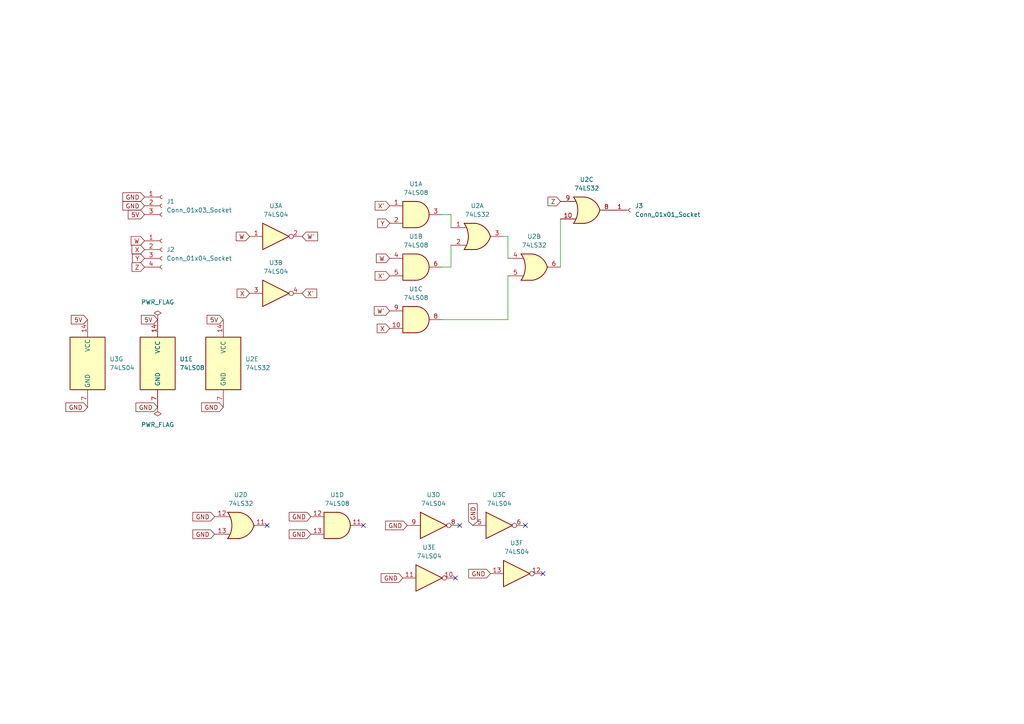
<source format=kicad_sch>
(kicad_sch (version 20230121) (generator eeschema)
  (paper "A4")
  (lib_symbols
    (symbol "74xx:74LS04"
      (property "Reference" "U" (at 0 1.27 0))
      (property "Value" "74LS04" (at 0 -1.27 0))
      (symbol "74LS04_1_0"
        (polyline (pts (xy -3.81 3.81) (xy -3.81 -3.81) (xy 3.81 0) (xy -3.81 3.81)) (stroke (width 0.254)) (fill (type background)))
        (pin input line (at -7.62 0 0) (length 3.81) (name "~") (number "1"))
        (pin output inverted (at 7.62 0 180) (length 3.81) (name "~") (number "2"))
      )
      (symbol "74LS04_2_0"
        (polyline (pts (xy -3.81 3.81) (xy -3.81 -3.81) (xy 3.81 0) (xy -3.81 3.81)) (stroke (width 0.254)) (fill (type background)))
        (pin input line (at -7.62 0 0) (length 3.81) (name "~") (number "3"))
        (pin output inverted (at 7.62 0 180) (length 3.81) (name "~") (number "4"))
      )
      (symbol "74LS04_3_0"
        (polyline (pts (xy -3.81 3.81) (xy -3.81 -3.81) (xy 3.81 0) (xy -3.81 3.81)) (stroke (width 0.254)) (fill (type background)))
        (pin input line (at -7.62 0 0) (length 3.81) (name "~") (number "5"))
        (pin output inverted (at 7.62 0 180) (length 3.81) (name "~") (number "6"))
      )
      (symbol "74LS04_4_0"
        (polyline (pts (xy -3.81 3.81) (xy -3.81 -3.81) (xy 3.81 0) (xy -3.81 3.81)) (stroke (width 0.254)) (fill (type background)))
        (pin output inverted (at 7.62 0 180) (length 3.81) (name "~") (number "8"))
        (pin input line (at -7.62 0 0) (length 3.81) (name "~") (number "9"))
      )
      (symbol "74LS04_5_0"
        (polyline (pts (xy -3.81 3.81) (xy -3.81 -3.81) (xy 3.81 0) (xy -3.81 3.81)) (stroke (width 0.254)) (fill (type background)))
        (pin output inverted (at 7.62 0 180) (length 3.81) (name "~") (number "10"))
        (pin input line (at -7.62 0 0) (length 3.81) (name "~") (number "11"))
      )
      (symbol "74LS04_6_0"
        (polyline (pts (xy -3.81 3.81) (xy -3.81 -3.81) (xy 3.81 0) (xy -3.81 3.81)) (stroke (width 0.254)) (fill (type background)))
        (pin output inverted (at 7.62 0 180) (length 3.81) (name "~") (number "12"))
        (pin input line (at -7.62 0 0) (length 3.81) (name "~") (number "13"))
      )
      (symbol "74LS04_7_0"
        (pin power_in line (at 0 12.7 270) (length 5.08) (name "VCC") (number "14"))
        (pin power_in line (at 0 -12.7 90) (length 5.08) (name "GND") (number "7"))
      )
      (symbol "74LS04_7_1"
        (rectangle (start -5.08 7.62) (end 5.08 -7.62) (stroke (width 0.254)) (fill (type background)))
      )
    )
    (symbol "74xx:74LS08" (pin_names (offset 1.016))
      (property "Reference" "U" (at 0 1.27 0))
      (property "Value" "74LS08" (at 0 -1.27 0))
      (symbol "74LS08_1_1"
        (arc (start 0 -3.81) (mid 3.7934 0) (end 0 3.81) (stroke (width 0.254)) (fill (type background)))
        (polyline (pts (xy 0 3.81) (xy -3.81 3.81) (xy -3.81 -3.81) (xy 0 -3.81)) (stroke (width 0.254)) (fill (type background)))
        (pin input line (at -7.62 2.54 0) (length 3.81) (name "~") (number "1"))
        (pin input line (at -7.62 -2.54 0) (length 3.81) (name "~") (number "2"))
        (pin output line (at 7.62 0 180) (length 3.81) (name "~") (number "3"))
      )
      (symbol "74LS08_1_2"
        (arc (start -3.81 -3.81) (mid -2.589 0) (end -3.81 3.81) (stroke (width 0.254)))
        (arc (start -0.6096 -3.81) (mid 2.1842 -2.5851) (end 3.81 0) (stroke (width 0.254)) (fill (type background)))
        (polyline (pts (xy -3.81 -3.81) (xy -0.635 -3.81)) (stroke (width 0.254)) (fill (type background)))
        (polyline (pts (xy -3.81 3.81) (xy -0.635 3.81)) (stroke (width 0.254)) (fill (type background)))
        (polyline (pts (xy -0.635 3.81) (xy -3.81 3.81) (xy -3.81 3.81) (xy -3.556 3.4036) (xy -3.0226 2.2606) (xy -2.6924 1.0414) (xy -2.6162 -0.254) (xy -2.7686 -1.4986) (xy -3.175 -2.7178) (xy -3.81 -3.81) (xy -3.81 -3.81) (xy -0.635 -3.81)) (stroke (width -25.4)) (fill (type background)))
        (arc (start 3.81 0) (mid 2.1915 2.5936) (end -0.6096 3.81) (stroke (width 0.254)) (fill (type background)))
        (pin input inverted (at -7.62 2.54 0) (length 4.318) (name "~") (number "1"))
        (pin input inverted (at -7.62 -2.54 0) (length 4.318) (name "~") (number "2"))
        (pin output inverted (at 7.62 0 180) (length 3.81) (name "~") (number "3"))
      )
      (symbol "74LS08_2_1"
        (arc (start 0 -3.81) (mid 3.7934 0) (end 0 3.81) (stroke (width 0.254)) (fill (type background)))
        (polyline (pts (xy 0 3.81) (xy -3.81 3.81) (xy -3.81 -3.81) (xy 0 -3.81)) (stroke (width 0.254)) (fill (type background)))
        (pin input line (at -7.62 2.54 0) (length 3.81) (name "~") (number "4"))
        (pin input line (at -7.62 -2.54 0) (length 3.81) (name "~") (number "5"))
        (pin output line (at 7.62 0 180) (length 3.81) (name "~") (number "6"))
      )
      (symbol "74LS08_2_2"
        (arc (start -3.81 -3.81) (mid -2.589 0) (end -3.81 3.81) (stroke (width 0.254)))
        (arc (start -0.6096 -3.81) (mid 2.1842 -2.5851) (end 3.81 0) (stroke (width 0.254)) (fill (type background)))
        (polyline (pts (xy -3.81 -3.81) (xy -0.635 -3.81)) (stroke (width 0.254)) (fill (type background)))
        (polyline (pts (xy -3.81 3.81) (xy -0.635 3.81)) (stroke (width 0.254)) (fill (type background)))
        (polyline (pts (xy -0.635 3.81) (xy -3.81 3.81) (xy -3.81 3.81) (xy -3.556 3.4036) (xy -3.0226 2.2606) (xy -2.6924 1.0414) (xy -2.6162 -0.254) (xy -2.7686 -1.4986) (xy -3.175 -2.7178) (xy -3.81 -3.81) (xy -3.81 -3.81) (xy -0.635 -3.81)) (stroke (width -25.4)) (fill (type background)))
        (arc (start 3.81 0) (mid 2.1915 2.5936) (end -0.6096 3.81) (stroke (width 0.254)) (fill (type background)))
        (pin input inverted (at -7.62 2.54 0) (length 4.318) (name "~") (number "4"))
        (pin input inverted (at -7.62 -2.54 0) (length 4.318) (name "~") (number "5"))
        (pin output inverted (at 7.62 0 180) (length 3.81) (name "~") (number "6"))
      )
      (symbol "74LS08_3_1"
        (arc (start 0 -3.81) (mid 3.7934 0) (end 0 3.81) (stroke (width 0.254)) (fill (type background)))
        (polyline (pts (xy 0 3.81) (xy -3.81 3.81) (xy -3.81 -3.81) (xy 0 -3.81)) (stroke (width 0.254)) (fill (type background)))
        (pin input line (at -7.62 -2.54 0) (length 3.81) (name "~") (number "10"))
        (pin output line (at 7.62 0 180) (length 3.81) (name "~") (number "8"))
        (pin input line (at -7.62 2.54 0) (length 3.81) (name "~") (number "9"))
      )
      (symbol "74LS08_3_2"
        (arc (start -3.81 -3.81) (mid -2.589 0) (end -3.81 3.81) (stroke (width 0.254)))
        (arc (start -0.6096 -3.81) (mid 2.1842 -2.5851) (end 3.81 0) (stroke (width 0.254)) (fill (type background)))
        (polyline (pts (xy -3.81 -3.81) (xy -0.635 -3.81)) (stroke (width 0.254)) (fill (type background)))
        (polyline (pts (xy -3.81 3.81) (xy -0.635 3.81)) (stroke (width 0.254)) (fill (type background)))
        (polyline (pts (xy -0.635 3.81) (xy -3.81 3.81) (xy -3.81 3.81) (xy -3.556 3.4036) (xy -3.0226 2.2606) (xy -2.6924 1.0414) (xy -2.6162 -0.254) (xy -2.7686 -1.4986) (xy -3.175 -2.7178) (xy -3.81 -3.81) (xy -3.81 -3.81) (xy -0.635 -3.81)) (stroke (width -25.4)) (fill (type background)))
        (arc (start 3.81 0) (mid 2.1915 2.5936) (end -0.6096 3.81) (stroke (width 0.254)) (fill (type background)))
        (pin input inverted (at -7.62 -2.54 0) (length 4.318) (name "~") (number "10"))
        (pin output inverted (at 7.62 0 180) (length 3.81) (name "~") (number "8"))
        (pin input inverted (at -7.62 2.54 0) (length 4.318) (name "~") (number "9"))
      )
      (symbol "74LS08_4_1"
        (arc (start 0 -3.81) (mid 3.7934 0) (end 0 3.81) (stroke (width 0.254)) (fill (type background)))
        (polyline (pts (xy 0 3.81) (xy -3.81 3.81) (xy -3.81 -3.81) (xy 0 -3.81)) (stroke (width 0.254)) (fill (type background)))
        (pin output line (at 7.62 0 180) (length 3.81) (name "~") (number "11"))
        (pin input line (at -7.62 2.54 0) (length 3.81) (name "~") (number "12"))
        (pin input line (at -7.62 -2.54 0) (length 3.81) (name "~") (number "13"))
      )
      (symbol "74LS08_4_2"
        (arc (start -3.81 -3.81) (mid -2.589 0) (end -3.81 3.81) (stroke (width 0.254)))
        (arc (start -0.6096 -3.81) (mid 2.1842 -2.5851) (end 3.81 0) (stroke (width 0.254)) (fill (type background)))
        (polyline (pts (xy -3.81 -3.81) (xy -0.635 -3.81)) (stroke (width 0.254)) (fill (type background)))
        (polyline (pts (xy -3.81 3.81) (xy -0.635 3.81)) (stroke (width 0.254)) (fill (type background)))
        (polyline (pts (xy -0.635 3.81) (xy -3.81 3.81) (xy -3.81 3.81) (xy -3.556 3.4036) (xy -3.0226 2.2606) (xy -2.6924 1.0414) (xy -2.6162 -0.254) (xy -2.7686 -1.4986) (xy -3.175 -2.7178) (xy -3.81 -3.81) (xy -3.81 -3.81) (xy -0.635 -3.81)) (stroke (width -25.4)) (fill (type background)))
        (arc (start 3.81 0) (mid 2.1915 2.5936) (end -0.6096 3.81) (stroke (width 0.254)) (fill (type background)))
        (pin output inverted (at 7.62 0 180) (length 3.81) (name "~") (number "11"))
        (pin input inverted (at -7.62 2.54 0) (length 4.318) (name "~") (number "12"))
        (pin input inverted (at -7.62 -2.54 0) (length 4.318) (name "~") (number "13"))
      )
      (symbol "74LS08_5_0"
        (pin power_in line (at 0 12.7 270) (length 5.08) (name "VCC") (number "14"))
        (pin power_in line (at 0 -12.7 90) (length 5.08) (name "GND") (number "7"))
      )
      (symbol "74LS08_5_1"
        (rectangle (start -5.08 7.62) (end 5.08 -7.62) (stroke (width 0.254)) (fill (type background)))
      )
    )
    (symbol "74xx:74LS32" (pin_names (offset 1.016))
      (property "Reference" "U" (at 0 1.27 0))
      (property "Value" "74LS32" (at 0 -1.27 0))
      (symbol "74LS32_1_1"
        (arc (start -3.81 -3.81) (mid -2.589 0) (end -3.81 3.81) (stroke (width 0.254)))
        (arc (start -0.6096 -3.81) (mid 2.1842 -2.5851) (end 3.81 0) (stroke (width 0.254)) (fill (type background)))
        (polyline (pts (xy -3.81 -3.81) (xy -0.635 -3.81)) (stroke (width 0.254)) (fill (type background)))
        (polyline (pts (xy -3.81 3.81) (xy -0.635 3.81)) (stroke (width 0.254)) (fill (type background)))
        (polyline (pts (xy -0.635 3.81) (xy -3.81 3.81) (xy -3.81 3.81) (xy -3.556 3.4036) (xy -3.0226 2.2606) (xy -2.6924 1.0414) (xy -2.6162 -0.254) (xy -2.7686 -1.4986) (xy -3.175 -2.7178) (xy -3.81 -3.81) (xy -3.81 -3.81) (xy -0.635 -3.81)) (stroke (width -25.4)) (fill (type background)))
        (arc (start 3.81 0) (mid 2.1915 2.5936) (end -0.6096 3.81) (stroke (width 0.254)) (fill (type background)))
        (pin input line (at -7.62 2.54 0) (length 4.318) (name "~") (number "1"))
        (pin input line (at -7.62 -2.54 0) (length 4.318) (name "~") (number "2"))
        (pin output line (at 7.62 0 180) (length 3.81) (name "~") (number "3"))
      )
      (symbol "74LS32_1_2"
        (arc (start 0 -3.81) (mid 3.7934 0) (end 0 3.81) (stroke (width 0.254)) (fill (type background)))
        (polyline (pts (xy 0 3.81) (xy -3.81 3.81) (xy -3.81 -3.81) (xy 0 -3.81)) (stroke (width 0.254)) (fill (type background)))
        (pin input inverted (at -7.62 2.54 0) (length 3.81) (name "~") (number "1"))
        (pin input inverted (at -7.62 -2.54 0) (length 3.81) (name "~") (number "2"))
        (pin output inverted (at 7.62 0 180) (length 3.81) (name "~") (number "3"))
      )
      (symbol "74LS32_2_1"
        (arc (start -3.81 -3.81) (mid -2.589 0) (end -3.81 3.81) (stroke (width 0.254)))
        (arc (start -0.6096 -3.81) (mid 2.1842 -2.5851) (end 3.81 0) (stroke (width 0.254)) (fill (type background)))
        (polyline (pts (xy -3.81 -3.81) (xy -0.635 -3.81)) (stroke (width 0.254)) (fill (type background)))
        (polyline (pts (xy -3.81 3.81) (xy -0.635 3.81)) (stroke (width 0.254)) (fill (type background)))
        (polyline (pts (xy -0.635 3.81) (xy -3.81 3.81) (xy -3.81 3.81) (xy -3.556 3.4036) (xy -3.0226 2.2606) (xy -2.6924 1.0414) (xy -2.6162 -0.254) (xy -2.7686 -1.4986) (xy -3.175 -2.7178) (xy -3.81 -3.81) (xy -3.81 -3.81) (xy -0.635 -3.81)) (stroke (width -25.4)) (fill (type background)))
        (arc (start 3.81 0) (mid 2.1915 2.5936) (end -0.6096 3.81) (stroke (width 0.254)) (fill (type background)))
        (pin input line (at -7.62 2.54 0) (length 4.318) (name "~") (number "4"))
        (pin input line (at -7.62 -2.54 0) (length 4.318) (name "~") (number "5"))
        (pin output line (at 7.62 0 180) (length 3.81) (name "~") (number "6"))
      )
      (symbol "74LS32_2_2"
        (arc (start 0 -3.81) (mid 3.7934 0) (end 0 3.81) (stroke (width 0.254)) (fill (type background)))
        (polyline (pts (xy 0 3.81) (xy -3.81 3.81) (xy -3.81 -3.81) (xy 0 -3.81)) (stroke (width 0.254)) (fill (type background)))
        (pin input inverted (at -7.62 2.54 0) (length 3.81) (name "~") (number "4"))
        (pin input inverted (at -7.62 -2.54 0) (length 3.81) (name "~") (number "5"))
        (pin output inverted (at 7.62 0 180) (length 3.81) (name "~") (number "6"))
      )
      (symbol "74LS32_3_1"
        (arc (start -3.81 -3.81) (mid -2.589 0) (end -3.81 3.81) (stroke (width 0.254)))
        (arc (start -0.6096 -3.81) (mid 2.1842 -2.5851) (end 3.81 0) (stroke (width 0.254)) (fill (type background)))
        (polyline (pts (xy -3.81 -3.81) (xy -0.635 -3.81)) (stroke (width 0.254)) (fill (type background)))
        (polyline (pts (xy -3.81 3.81) (xy -0.635 3.81)) (stroke (width 0.254)) (fill (type background)))
        (polyline (pts (xy -0.635 3.81) (xy -3.81 3.81) (xy -3.81 3.81) (xy -3.556 3.4036) (xy -3.0226 2.2606) (xy -2.6924 1.0414) (xy -2.6162 -0.254) (xy -2.7686 -1.4986) (xy -3.175 -2.7178) (xy -3.81 -3.81) (xy -3.81 -3.81) (xy -0.635 -3.81)) (stroke (width -25.4)) (fill (type background)))
        (arc (start 3.81 0) (mid 2.1915 2.5936) (end -0.6096 3.81) (stroke (width 0.254)) (fill (type background)))
        (pin input line (at -7.62 -2.54 0) (length 4.318) (name "~") (number "10"))
        (pin output line (at 7.62 0 180) (length 3.81) (name "~") (number "8"))
        (pin input line (at -7.62 2.54 0) (length 4.318) (name "~") (number "9"))
      )
      (symbol "74LS32_3_2"
        (arc (start 0 -3.81) (mid 3.7934 0) (end 0 3.81) (stroke (width 0.254)) (fill (type background)))
        (polyline (pts (xy 0 3.81) (xy -3.81 3.81) (xy -3.81 -3.81) (xy 0 -3.81)) (stroke (width 0.254)) (fill (type background)))
        (pin input inverted (at -7.62 -2.54 0) (length 3.81) (name "~") (number "10"))
        (pin output inverted (at 7.62 0 180) (length 3.81) (name "~") (number "8"))
        (pin input inverted (at -7.62 2.54 0) (length 3.81) (name "~") (number "9"))
      )
      (symbol "74LS32_4_1"
        (arc (start -3.81 -3.81) (mid -2.589 0) (end -3.81 3.81) (stroke (width 0.254)))
        (arc (start -0.6096 -3.81) (mid 2.1842 -2.5851) (end 3.81 0) (stroke (width 0.254)) (fill (type background)))
        (polyline (pts (xy -3.81 -3.81) (xy -0.635 -3.81)) (stroke (width 0.254)) (fill (type background)))
        (polyline (pts (xy -3.81 3.81) (xy -0.635 3.81)) (stroke (width 0.254)) (fill (type background)))
        (polyline (pts (xy -0.635 3.81) (xy -3.81 3.81) (xy -3.81 3.81) (xy -3.556 3.4036) (xy -3.0226 2.2606) (xy -2.6924 1.0414) (xy -2.6162 -0.254) (xy -2.7686 -1.4986) (xy -3.175 -2.7178) (xy -3.81 -3.81) (xy -3.81 -3.81) (xy -0.635 -3.81)) (stroke (width -25.4)) (fill (type background)))
        (arc (start 3.81 0) (mid 2.1915 2.5936) (end -0.6096 3.81) (stroke (width 0.254)) (fill (type background)))
        (pin output line (at 7.62 0 180) (length 3.81) (name "~") (number "11"))
        (pin input line (at -7.62 2.54 0) (length 4.318) (name "~") (number "12"))
        (pin input line (at -7.62 -2.54 0) (length 4.318) (name "~") (number "13"))
      )
      (symbol "74LS32_4_2"
        (arc (start 0 -3.81) (mid 3.7934 0) (end 0 3.81) (stroke (width 0.254)) (fill (type background)))
        (polyline (pts (xy 0 3.81) (xy -3.81 3.81) (xy -3.81 -3.81) (xy 0 -3.81)) (stroke (width 0.254)) (fill (type background)))
        (pin output inverted (at 7.62 0 180) (length 3.81) (name "~") (number "11"))
        (pin input inverted (at -7.62 2.54 0) (length 3.81) (name "~") (number "12"))
        (pin input inverted (at -7.62 -2.54 0) (length 3.81) (name "~") (number "13"))
      )
      (symbol "74LS32_5_0"
        (pin power_in line (at 0 12.7 270) (length 5.08) (name "VCC") (number "14"))
        (pin power_in line (at 0 -12.7 90) (length 5.08) (name "GND") (number "7"))
      )
      (symbol "74LS32_5_1"
        (rectangle (start -5.08 7.62) (end 5.08 -7.62) (stroke (width 0.254)) (fill (type background)))
      )
    )
    (symbol "Connector:Conn_01x01_Socket" (pin_names (offset 1.016) hide)
      (property "Reference" "J" (at 0 2.54 0))
      (property "Value" "Conn_01x01_Socket" (at 0 -2.54 0))
      (symbol "Conn_01x01_Socket_1_1"
        (polyline (pts (xy -1.27 0) (xy -0.508 0)) (stroke (width 0.1524)))
        (arc (start 0 0.508) (mid -0.5058 0) (end 0 -0.508) (stroke (width 0.1524)))
        (pin passive line (at -5.08 0 0) (length 3.81) (name "Pin_1") (number "1"))
      )
    )
    (symbol "Connector:Conn_01x03_Socket" (pin_names (offset 1.016) hide)
      (property "Reference" "J" (at 0 5.08 0))
      (property "Value" "Conn_01x03_Socket" (at 0 -5.08 0))
      (symbol "Conn_01x03_Socket_1_1"
        (arc (start 0 -2.032) (mid -0.5058 -2.54) (end 0 -3.048) (stroke (width 0.1524)))
        (polyline (pts (xy -1.27 -2.54) (xy -0.508 -2.54)) (stroke (width 0.1524)))
        (polyline (pts (xy -1.27 0) (xy -0.508 0)) (stroke (width 0.1524)))
        (polyline (pts (xy -1.27 2.54) (xy -0.508 2.54)) (stroke (width 0.1524)))
        (arc (start 0 0.508) (mid -0.5058 0) (end 0 -0.508) (stroke (width 0.1524)))
        (arc (start 0 3.048) (mid -0.5058 2.54) (end 0 2.032) (stroke (width 0.1524)))
        (pin passive line (at -5.08 2.54 0) (length 3.81) (name "Pin_1") (number "1"))
        (pin passive line (at -5.08 0 0) (length 3.81) (name "Pin_2") (number "2"))
        (pin passive line (at -5.08 -2.54 0) (length 3.81) (name "Pin_3") (number "3"))
      )
    )
    (symbol "Connector:Conn_01x04_Socket" (pin_names (offset 1.016) hide)
      (property "Reference" "J" (at 0 5.08 0))
      (property "Value" "Conn_01x04_Socket" (at 0 -7.62 0))
      (symbol "Conn_01x04_Socket_1_1"
        (arc (start 0 -4.572) (mid -0.5058 -5.08) (end 0 -5.588) (stroke (width 0.1524)))
        (arc (start 0 -2.032) (mid -0.5058 -2.54) (end 0 -3.048) (stroke (width 0.1524)))
        (polyline (pts (xy -1.27 -5.08) (xy -0.508 -5.08)) (stroke (width 0.1524)))
        (polyline (pts (xy -1.27 -2.54) (xy -0.508 -2.54)) (stroke (width 0.1524)))
        (polyline (pts (xy -1.27 0) (xy -0.508 0)) (stroke (width 0.1524)))
        (polyline (pts (xy -1.27 2.54) (xy -0.508 2.54)) (stroke (width 0.1524)))
        (arc (start 0 0.508) (mid -0.5058 0) (end 0 -0.508) (stroke (width 0.1524)))
        (arc (start 0 3.048) (mid -0.5058 2.54) (end 0 2.032) (stroke (width 0.1524)))
        (pin passive line (at -5.08 2.54 0) (length 3.81) (name "Pin_1") (number "1"))
        (pin passive line (at -5.08 0 0) (length 3.81) (name "Pin_2") (number "2"))
        (pin passive line (at -5.08 -2.54 0) (length 3.81) (name "Pin_3") (number "3"))
        (pin passive line (at -5.08 -5.08 0) (length 3.81) (name "Pin_4") (number "4"))
      )
    )
    (symbol "power:PWR_FLAG" (power) (pin_numbers hide) (pin_names (offset 0) hide)
      (property "Value" "PWR_FLAG" (at 0 3.81 0))
      (symbol "PWR_FLAG_0_0"
        (pin power_out line (at 0 0 90) (length 0) (name "pwr") (number "1"))
      )
      (symbol "PWR_FLAG_0_1"
        (polyline (pts (xy 0 0) (xy 0 1.27) (xy -1.016 1.905) (xy 0 2.54) (xy 1.016 1.905) (xy 0 1.27)))
      )
    )
  )
  (no_connect (at 105.41 152.4))
  (no_connect (at 157.48 166.37))
  (no_connect (at 133.35 152.4))
  (no_connect (at 152.4 152.4))
  (no_connect (at 132.08 167.64))
  (no_connect (at 77.47 152.4))
  (wire (pts (xy 146.05 68.58) (xy 147.32 68.58)))
  (wire (pts (xy 130.81 77.47) (xy 130.81 71.12)))
  (wire (pts (xy 128.27 92.71) (xy 147.32 92.71)))
  (wire (pts (xy 128.27 62.23) (xy 130.81 62.23)))
  (wire (pts (xy 147.32 68.58) (xy 147.32 74.93)))
  (wire (pts (xy 128.27 77.47) (xy 130.81 77.47)))
  (wire (pts (xy 130.81 62.23) (xy 130.81 66.04)))
  (wire (pts (xy 147.32 92.71) (xy 147.32 80.01)))
  (wire (pts (xy 162.56 63.5) (xy 162.56 77.47)))
  (global_label "GND" (shape input) (at 62.23 149.86 180) (property "Intersheetrefs" "${INTERSHEET_REFS}" (effects hide)))
  (global_label "W" (shape input) (at 72.39 68.58 180) (property "Intersheetrefs" "${INTERSHEET_REFS}" (effects hide)))
  (global_label "GND" (shape input) (at 62.23 154.94 180) (property "Intersheetrefs" "${INTERSHEET_REFS}" (effects hide)))
  (global_label "GND" (shape input) (at 41.91 59.69 180) (property "Intersheetrefs" "${INTERSHEET_REFS}" (effects hide)))
  (global_label "X'" (shape input) (at 113.03 80.01 180) (property "Intersheetrefs" "${INTERSHEET_REFS}" (effects hide)))
  (global_label "5V" (shape input) (at 41.91 62.23 180) (property "Intersheetrefs" "${INTERSHEET_REFS}" (effects hide)))
  (global_label "GND" (shape input) (at 90.17 149.86 180) (property "Intersheetrefs" "${INTERSHEET_REFS}" (effects hide)))
  (global_label "X" (shape input) (at 113.03 95.25 180) (property "Intersheetrefs" "${INTERSHEET_REFS}" (effects hide)))
  (global_label "X" (shape input) (at 41.91 72.39 180) (property "Intersheetrefs" "${INTERSHEET_REFS}" (effects hide)))
  (global_label "GND" (shape input) (at 25.4 118.11 180) (property "Intersheetrefs" "${INTERSHEET_REFS}" (effects hide)))
  (global_label "W" (shape input) (at 41.91 69.85 180) (property "Intersheetrefs" "${INTERSHEET_REFS}" (effects hide)))
  (global_label "5V" (shape input) (at 45.72 92.71 180) (property "Intersheetrefs" "${INTERSHEET_REFS}" (effects hide)))
  (global_label "X'" (shape input) (at 87.63 85.09 0) (property "Intersheetrefs" "${INTERSHEET_REFS}" (effects hide)))
  (global_label "X" (shape input) (at 72.39 85.09 180) (property "Intersheetrefs" "${INTERSHEET_REFS}" (effects hide)))
  (global_label "GND" (shape input) (at 90.17 154.94 180) (property "Intersheetrefs" "${INTERSHEET_REFS}" (effects hide)))
  (global_label "Z" (shape input) (at 162.56 58.42 180) (property "Intersheetrefs" "${INTERSHEET_REFS}" (effects hide)))
  (global_label "GND" (shape input) (at 45.72 118.11 180) (property "Intersheetrefs" "${INTERSHEET_REFS}" (effects hide)))
  (global_label "Z" (shape input) (at 41.91 77.47 180) (property "Intersheetrefs" "${INTERSHEET_REFS}" (effects hide)))
  (global_label "GND" (shape input) (at 142.24 166.37 180) (property "Intersheetrefs" "${INTERSHEET_REFS}" (effects hide)))
  (global_label "5V" (shape input) (at 25.4 92.71 180) (property "Intersheetrefs" "${INTERSHEET_REFS}" (effects hide)))
  (global_label "W" (shape input) (at 113.03 74.93 180) (property "Intersheetrefs" "${INTERSHEET_REFS}" (effects hide)))
  (global_label "W'" (shape input) (at 113.03 90.17 180) (property "Intersheetrefs" "${INTERSHEET_REFS}" (effects hide)))
  (global_label "GND" (shape input) (at 118.11 152.4 180) (property "Intersheetrefs" "${INTERSHEET_REFS}" (effects hide)))
  (global_label "GND" (shape input) (at 137.16 152.4 90) (property "Intersheetrefs" "${INTERSHEET_REFS}" (effects hide)))
  (global_label "GND" (shape input) (at 116.84 167.64 180) (property "Intersheetrefs" "${INTERSHEET_REFS}" (effects hide)))
  (global_label "Y" (shape input) (at 41.91 74.93 180) (property "Intersheetrefs" "${INTERSHEET_REFS}" (effects hide)))
  (global_label "X'" (shape input) (at 113.03 59.69 180) (property "Intersheetrefs" "${INTERSHEET_REFS}" (effects hide)))
  (global_label "Y" (shape input) (at 113.03 64.77 180) (property "Intersheetrefs" "${INTERSHEET_REFS}" (effects hide)))
  (global_label "GND" (shape input) (at 64.77 118.11 180) (property "Intersheetrefs" "${INTERSHEET_REFS}" (effects hide)))
  (global_label "GND" (shape input) (at 41.91 57.15 180) (property "Intersheetrefs" "${INTERSHEET_REFS}" (effects hide)))
  (global_label "5V" (shape input) (at 64.77 92.71 180) (property "Intersheetrefs" "${INTERSHEET_REFS}" (effects hide)))
  (global_label "W'" (shape input) (at 87.63 68.58 0) (property "Intersheetrefs" "${INTERSHEET_REFS}" (effects hide)))
  (symbol (lib_id "Connector:Conn_01x03_Socket") (at 46.99 59.69 0) (unit 1)
    (property "Reference" "J1" (at 48.26 58.42 0) (effects (justify left)))
    (property "Value" "Conn_01x03_Socket" (at 48.26 60.96 0) (effects (justify left)))
    (property "Footprint" "Connector_PinSocket_2.54mm:PinSocket_1x03_P2.54mm_Vertical" (effects hide))
  )
  (symbol (lib_id "74xx:74LS32") (at 154.94 77.47 0) (unit 2)
    (property "Reference" "U2" (at 154.94 68.58 0))
    (property "Value" "74LS32" (at 154.94 71.12 0))
    (property "Footprint" "Package_DIP:DIP-14_W7.62mm_Socket_LongPads" (effects hide))
    (property "Datasheet" "http://www.ti.com/lit/gpn/sn74LS32" (effects hide))
  )
  (symbol (lib_id "74xx:74LS08") (at 120.65 77.47 0) (unit 2)
    (property "Reference" "U1" (at 120.6417 68.58 0))
    (property "Value" "74LS08" (at 120.6417 71.12 0))
    (property "Footprint" "Package_DIP:DIP-14_W7.62mm_Socket_LongPads" (effects hide))
    (property "Datasheet" "http://www.ti.com/lit/gpn/sn74LS08" (effects hide))
  )
  (symbol (lib_id "74xx:74LS32") (at 69.85 152.4 0) (unit 4)
    (property "Reference" "U2" (at 69.85 143.51 0))
    (property "Value" "74LS32" (at 69.85 146.05 0))
    (property "Footprint" "Package_DIP:DIP-14_W7.62mm_Socket_LongPads" (effects hide))
    (property "Datasheet" "http://www.ti.com/lit/gpn/sn74LS32" (effects hide))
  )
  (symbol (lib_id "74xx:74LS04") (at 80.01 85.09 0) (unit 2)
    (property "Reference" "U3" (at 80.01 76.2 0))
    (property "Value" "74LS04" (at 80.01 78.74 0))
    (property "Footprint" "Package_DIP:DIP-14_W7.62mm_Socket_LongPads" (effects hide))
    (property "Datasheet" "http://www.ti.com/lit/gpn/sn74LS04" (effects hide))
  )
  (symbol (lib_id "74xx:74LS08") (at 45.72 105.41 0) (unit 5)
    (property "Reference" "U1" (at 52.07 104.14 0) (effects (justify left)))
    (property "Value" "74LS08" (at 52.07 106.68 0) (effects (justify left)))
    (property "Footprint" "Package_DIP:DIP-14_W7.62mm_Socket_LongPads" (effects hide))
    (property "Datasheet" "http://www.ti.com/lit/gpn/sn74LS08" (effects hide))
  )
  (symbol (lib_id "power:PWR_FLAG") (at 45.72 118.11 180) (unit 1)
    (property "Reference" "#FLG02" (effects hide))
    (property "Value" "PWR_FLAG" (at 45.72 123.19 0))
  )
  (symbol (lib_id "power:PWR_FLAG") (at 45.72 92.71 0) (unit 1)
    (property "Reference" "#FLG01" (effects hide))
    (property "Value" "PWR_FLAG" (at 45.72 87.63 0))
  )
  (symbol (lib_id "74xx:74LS32") (at 64.77 105.41 0) (unit 5)
    (property "Reference" "U2" (at 71.12 104.14 0) (effects (justify left)))
    (property "Value" "74LS32" (at 71.12 106.68 0) (effects (justify left)))
    (property "Footprint" "Package_DIP:DIP-14_W7.62mm_Socket_LongPads" (effects hide))
    (property "Datasheet" "http://www.ti.com/lit/gpn/sn74LS32" (effects hide))
  )
  (symbol (lib_id "74xx:74LS08") (at 120.65 62.23 0) (unit 1)
    (property "Reference" "U1" (at 120.6417 53.34 0))
    (property "Value" "74LS08" (at 120.6417 55.88 0))
    (property "Footprint" "Package_DIP:DIP-14_W7.62mm_Socket_LongPads" (effects hide))
    (property "Datasheet" "http://www.ti.com/lit/gpn/sn74LS08" (effects hide))
  )
  (symbol (lib_id "Connector:Conn_01x04_Socket") (at 46.99 72.39 0) (unit 1)
    (property "Reference" "J2" (at 48.26 72.39 0) (effects (justify left)))
    (property "Value" "Conn_01x04_Socket" (at 48.26 74.93 0) (effects (justify left)))
    (property "Footprint" "Connector_PinSocket_2.54mm:PinSocket_1x04_P2.54mm_Vertical" (effects hide))
  )
  (symbol (lib_id "74xx:74LS04") (at 25.4 105.41 0) (unit 7)
    (property "Reference" "U3" (at 31.75 104.14 0) (effects (justify left)))
    (property "Value" "74LS04" (at 31.75 106.68 0) (effects (justify left)))
    (property "Footprint" "Package_DIP:DIP-14_W7.62mm_Socket_LongPads" (effects hide))
    (property "Datasheet" "http://www.ti.com/lit/gpn/sn74LS04" (effects hide))
  )
  (symbol (lib_id "74xx:74LS04") (at 144.78 152.4 0) (unit 3)
    (property "Reference" "U3" (at 144.78 143.51 0))
    (property "Value" "74LS04" (at 144.78 146.05 0))
    (property "Footprint" "Package_DIP:DIP-14_W7.62mm_Socket_LongPads" (effects hide))
    (property "Datasheet" "http://www.ti.com/lit/gpn/sn74LS04" (effects hide))
  )
  (symbol (lib_id "Connector:Conn_01x01_Socket") (at 182.88 60.96 0) (unit 1)
    (property "Reference" "J3" (at 184.15 59.69 0) (effects (justify left)))
    (property "Value" "Conn_01x01_Socket" (at 184.15 62.23 0) (effects (justify left)))
    (property "Footprint" "Connector_PinSocket_2.54mm:PinSocket_1x01_P2.54mm_Vertical" (effects hide))
  )
  (symbol (lib_id "74xx:74LS08") (at 120.65 92.71 0) (unit 3)
    (property "Reference" "U1" (at 120.6417 83.82 0))
    (property "Value" "74LS08" (at 120.6417 86.36 0))
    (property "Footprint" "Package_DIP:DIP-14_W7.62mm_Socket_LongPads" (effects hide))
    (property "Datasheet" "http://www.ti.com/lit/gpn/sn74LS08" (effects hide))
  )
  (symbol (lib_id "74xx:74LS04") (at 125.73 152.4 0) (unit 4)
    (property "Reference" "U3" (at 125.73 143.51 0))
    (property "Value" "74LS04" (at 125.73 146.05 0))
    (property "Footprint" "Package_DIP:DIP-14_W7.62mm_Socket_LongPads" (effects hide))
    (property "Datasheet" "http://www.ti.com/lit/gpn/sn74LS04" (effects hide))
  )
  (symbol (lib_id "74xx:74LS04") (at 149.86 166.37 0) (unit 6)
    (property "Reference" "U3" (at 149.86 157.48 0))
    (property "Value" "74LS04" (at 149.86 160.02 0))
    (property "Footprint" "Package_DIP:DIP-14_W7.62mm_Socket_LongPads" (effects hide))
    (property "Datasheet" "http://www.ti.com/lit/gpn/sn74LS04" (effects hide))
  )
  (symbol (lib_id "74xx:74LS04") (at 124.46 167.64 0) (unit 5)
    (property "Reference" "U3" (at 124.46 158.75 0))
    (property "Value" "74LS04" (at 124.46 161.29 0))
    (property "Footprint" "Package_DIP:DIP-14_W7.62mm_Socket_LongPads" (effects hide))
    (property "Datasheet" "http://www.ti.com/lit/gpn/sn74LS04" (effects hide))
  )
  (symbol (lib_id "74xx:74LS08") (at 97.79 152.4 0) (unit 4)
    (property "Reference" "U1" (at 97.7817 143.51 0))
    (property "Value" "74LS08" (at 97.7817 146.05 0))
    (property "Footprint" "Package_DIP:DIP-14_W7.62mm_Socket_LongPads" (effects hide))
    (property "Datasheet" "http://www.ti.com/lit/gpn/sn74LS08" (effects hide))
  )
  (symbol (lib_id "74xx:74LS04") (at 80.01 68.58 0) (unit 1)
    (property "Reference" "U3" (at 80.01 59.69 0))
    (property "Value" "74LS04" (at 80.01 62.23 0))
    (property "Footprint" "Package_DIP:DIP-14_W7.62mm_Socket_LongPads" (effects hide))
    (property "Datasheet" "http://www.ti.com/lit/gpn/sn74LS04" (effects hide))
  )
  (symbol (lib_id "74xx:74LS32") (at 138.43 68.58 0) (unit 1)
    (property "Reference" "U2" (at 138.43 59.69 0))
    (property "Value" "74LS32" (at 138.43 62.23 0))
    (property "Footprint" "Package_DIP:DIP-14_W7.62mm_Socket_LongPads" (effects hide))
    (property "Datasheet" "http://www.ti.com/lit/gpn/sn74LS32" (effects hide))
  )
  (symbol (lib_id "74xx:74LS32") (at 170.18 60.96 0) (unit 3)
    (property "Reference" "U2" (at 170.18 52.07 0))
    (property "Value" "74LS32" (at 170.18 54.61 0))
    (property "Footprint" "Package_DIP:DIP-14_W7.62mm_Socket_LongPads" (effects hide))
    (property "Datasheet" "http://www.ti.com/lit/gpn/sn74LS32" (effects hide))
  )
)
</source>
